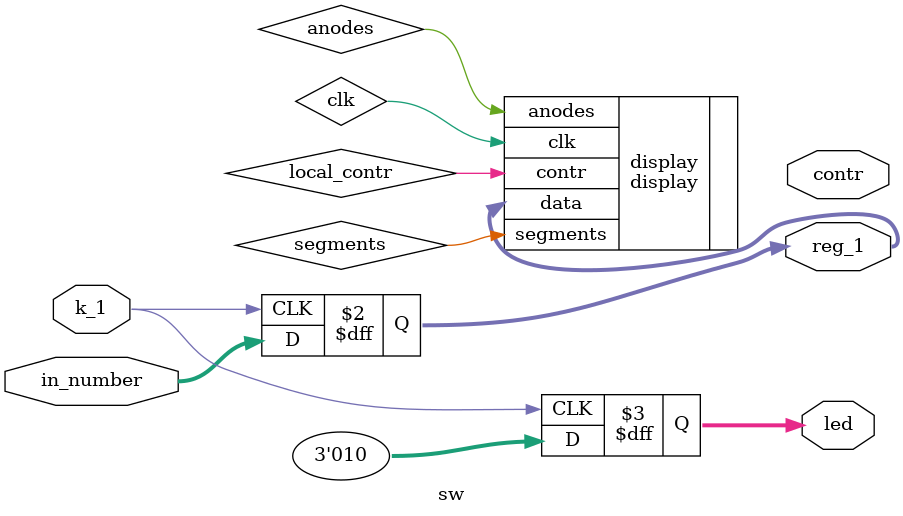
<source format=v>
module sw(

   input [3:0] in_number,
   input k_1,

   output reg [3:0] reg_1,
   output reg [2:0] led,
   output [2:0] contr
);

always@(posedge k_1) begin
   reg_1 = in_number;
   led = 3'b010;
   //contr = 0;
end

//display display(.clk(clk), .data(reg_1), .anodes(anodes), .segments(segments), .contr(contr));
display display(.clk(clk), .data(reg_1), .anodes(anodes), .segments(segments), .contr(local_contr));
endmodule

</source>
